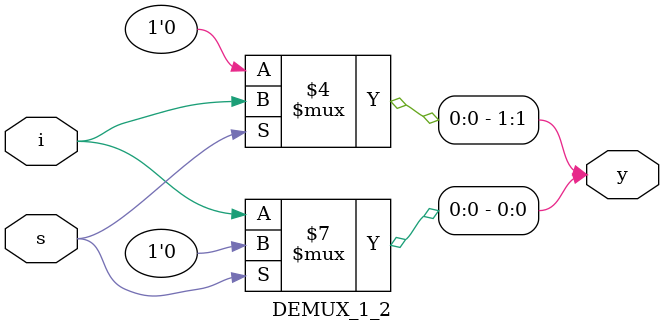
<source format=v>
`timescale 10ns / 1ps
module DEMUX_1_2(
    input i,
    input s,
    output reg [1:0] y
    );
    always @(*)begin
    if(s==0)
    begin
    y[0]=i;
    y[1]=0;
    end
   else
   begin
    y[1]=i;
    y[0]=0;
    end
    end
endmodule

</source>
